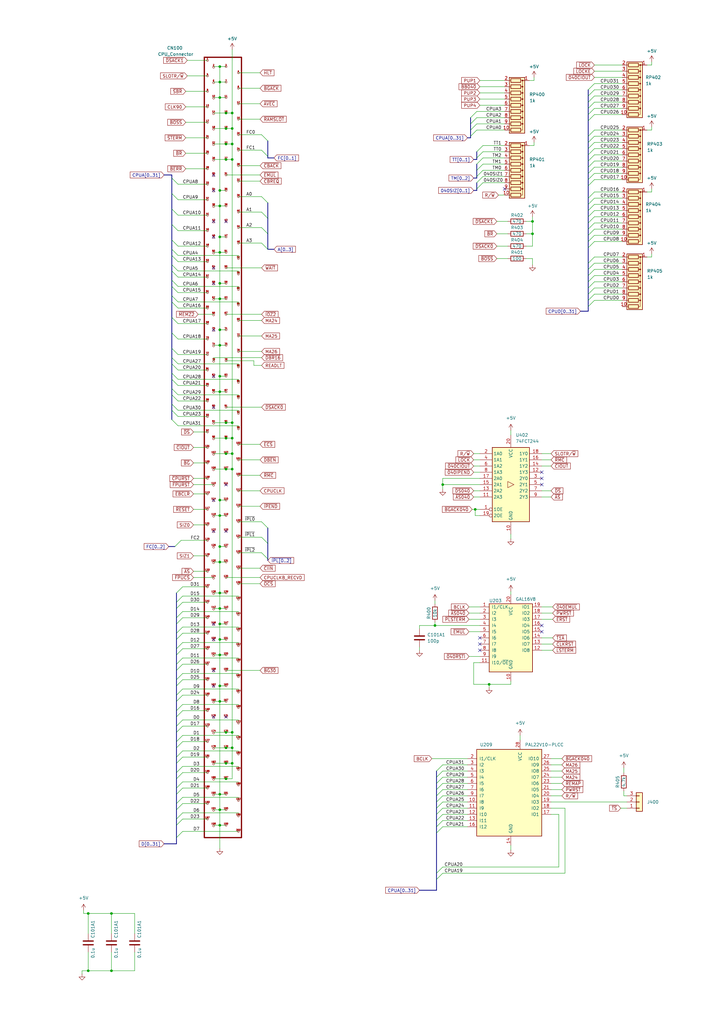
<source format=kicad_sch>
(kicad_sch (version 20230121) (generator eeschema)
  (paper "A3" portrait)
  (title_block (title "OpenA3640") (date "2023-09-13") (rev "1") (company "Griffin Retro"))
  (junction (at 90.17 287.655))
  (junction (at 90.17 33.655))
  (junction (at 95.25 192.405))
  (junction (at 95.25 186.055))
  (junction (at 95.25 306.705))
  (junction (at 90.17 224.155))
  (junction (at 90.17 211.455))
  (junction (at 95.25 179.705))
  (junction (at 178.435 256.54))
  (junction (at 218.44 95.885))
  (junction (at 90.17 325.755))
  (junction (at 92.71 186.055))
  (junction (at 95.25 59.055))
  (junction (at 92.71 192.405))
  (junction (at 90.17 141.605))
  (junction (at 95.25 173.355))
  (junction (at 92.71 179.705))
  (junction (at 90.17 84.455))
  (junction (at 90.17 103.505))
  (junction (at 95.25 52.705))
  (junction (at 90.17 262.255))
  (junction (at 90.17 27.305))
  (junction (at 90.17 230.505))
  (junction (at 95.25 300.355))
  (junction (at 90.17 154.305))
  (junction (at 36.195 398.145))
  (junction (at 95.25 65.405))
  (junction (at 92.71 319.405))
  (junction (at 181.61 198.755))
  (junction (at 95.25 46.355))
  (junction (at 90.17 135.255))
  (junction (at 90.17 205.105))
  (junction (at 90.17 97.155))
  (junction (at 92.71 306.705))
  (junction (at 90.17 255.905))
  (junction (at 92.71 300.355))
  (junction (at 45.72 374.65))
  (junction (at 45.72 398.145))
  (junction (at 92.71 46.355))
  (junction (at 90.17 281.305))
  (junction (at 95.25 313.055))
  (junction (at 90.17 40.005))
  (junction (at 36.195 374.65))
  (junction (at 90.17 268.605))
  (junction (at 90.17 122.555))
  (junction (at 194.945 208.915))
  (junction (at 92.71 313.055))
  (junction (at 218.44 90.805))
  (junction (at 90.17 78.105))
  (junction (at 200.66 280.67))
  (junction (at 92.71 59.055))
  (junction (at 92.71 173.355))
  (junction (at 90.17 116.205))
  (junction (at 92.71 65.405))
  (junction (at 90.17 338.455))
  (junction (at 90.17 332.105))
  (junction (at 90.17 249.555))
  (junction (at 92.71 52.705))
  (junction (at 90.17 243.205))
  (junction (at 90.17 160.655))
  (no_connect (at 222.25 196.215))
  (no_connect (at 196.85 261.62))
  (no_connect (at 196.85 266.7))
  (no_connect (at 87.63 154.305))
  (no_connect (at 92.71 294.005))
  (no_connect (at 87.63 217.805))
  (no_connect (at 87.63 71.755))
  (no_connect (at 87.63 97.155))
  (no_connect (at 87.63 109.855))
  (no_connect (at 87.63 281.305))
  (no_connect (at 87.63 116.205))
  (no_connect (at 92.71 198.755))
  (no_connect (at 222.25 193.675))
  (no_connect (at 92.71 90.805))
  (no_connect (at 87.63 274.955))
  (no_connect (at 222.25 256.54))
  (no_connect (at 87.63 255.905))
  (no_connect (at 222.25 259.08))
  (no_connect (at 87.63 205.105))
  (no_connect (at 207.01 77.47))
  (no_connect (at 196.85 264.16))
  (no_connect (at 87.63 135.255))
  (no_connect (at 87.63 78.105))
  (no_connect (at 222.25 198.755))
  (no_connect (at 87.63 262.255))
  (no_connect (at 87.63 167.005))
  (no_connect (at 87.63 294.005))
  (no_connect (at 92.71 217.805))
  (no_connect (at 87.63 90.805))
  (bus_entry (at 243.84 93.98) (size -2.54 2.54))
  (bus_entry (at 74.93 259.715) (size -2.54 2.54))
  (bus_entry (at 179.07 323.85) (size 2.54 -2.54))
  (bus_entry (at 70.485 165.735) (size 2.54 2.54))
  (bus_entry (at 198.12 64.77) (size -2.54 2.54))
  (bus_entry (at 198.12 62.23) (size -2.54 2.54))
  (bus_entry (at 74.93 329.565) (size -2.54 2.54))
  (bus_entry (at 74.93 327.025) (size -2.54 2.54))
  (bus_entry (at 243.84 73.66) (size -2.54 2.54))
  (bus_entry (at 195.58 48.26) (size -2.54 2.54))
  (bus_entry (at 243.84 88.9) (size -2.54 2.54))
  (bus_entry (at 107.315 226.695) (size 2.54 2.54))
  (bus_entry (at 107.315 80.645) (size 2.54 2.54))
  (bus_entry (at 74.93 316.865) (size -2.54 2.54))
  (bus_entry (at 70.485 73.025) (size 2.54 2.54))
  (bus_entry (at 74.93 291.465) (size -2.54 2.54))
  (bus_entry (at 243.84 55.88) (size -2.54 2.54))
  (bus_entry (at 243.84 123.19) (size -2.54 2.54))
  (bus_entry (at 243.84 113.03) (size -2.54 2.54))
  (bus_entry (at 243.84 86.36) (size -2.54 2.54))
  (bus_entry (at 74.93 333.375) (size -2.54 2.54))
  (bus_entry (at 70.485 92.075) (size 2.54 2.54))
  (bus_entry (at 243.84 105.41) (size -2.54 2.54))
  (bus_entry (at 74.93 295.275) (size -2.54 2.54))
  (bus_entry (at 179.07 331.47) (size 2.54 -2.54))
  (bus_entry (at 179.07 360.68) (size 2.54 -2.54))
  (bus_entry (at 243.84 96.52) (size -2.54 2.54))
  (bus_entry (at 107.315 86.995) (size 2.54 2.54))
  (bus_entry (at 107.315 55.245) (size 2.54 2.54))
  (bus_entry (at 74.93 247.015) (size -2.54 2.54))
  (bus_entry (at 107.315 220.345) (size 2.54 2.54))
  (bus_entry (at 74.93 278.765) (size -2.54 2.54))
  (bus_entry (at 74.93 307.975) (size -2.54 2.54))
  (bus_entry (at 179.07 339.09) (size 2.54 -2.54))
  (bus_entry (at 70.485 172.085) (size 2.54 2.54))
  (bus_entry (at 70.485 142.875) (size 2.54 2.54))
  (bus_entry (at 243.84 91.44) (size -2.54 2.54))
  (bus_entry (at 70.485 161.925) (size 2.54 2.54))
  (bus_entry (at 74.93 240.665) (size -2.54 2.54))
  (bus_entry (at 179.07 341.63) (size 2.54 -2.54))
  (bus_entry (at 74.93 285.115) (size -2.54 2.54))
  (bus_entry (at 74.93 340.995) (size -2.54 2.54))
  (bus_entry (at 107.315 99.695) (size 2.54 2.54))
  (bus_entry (at 195.58 45.72) (size -2.54 2.54))
  (bus_entry (at 70.485 102.235) (size 2.54 2.54))
  (bus_entry (at 70.485 153.035) (size 2.54 2.54))
  (bus_entry (at 70.485 159.385) (size 2.54 2.54))
  (bus_entry (at 74.93 288.925) (size -2.54 2.54))
  (bus_entry (at 70.485 136.525) (size 2.54 2.54))
  (bus_entry (at 70.485 130.175) (size 2.54 2.54))
  (bus_entry (at 243.84 58.42) (size -2.54 2.54))
  (bus_entry (at 243.84 120.65) (size -2.54 2.54))
  (bus_entry (at 243.84 118.11) (size -2.54 2.54))
  (bus_entry (at 70.485 79.375) (size 2.54 2.54))
  (bus_entry (at 70.485 168.275) (size 2.54 2.54))
  (bus_entry (at 179.07 336.55) (size 2.54 -2.54))
  (bus_entry (at 243.84 36.83) (size -2.54 2.54))
  (bus_entry (at 243.84 110.49) (size -2.54 2.54))
  (bus_entry (at 74.93 263.525) (size -2.54 2.54))
  (bus_entry (at 74.93 310.515) (size -2.54 2.54))
  (bus_entry (at 243.84 60.96) (size -2.54 2.54))
  (bus_entry (at 195.58 53.34) (size -2.54 2.54))
  (bus_entry (at 70.485 155.575) (size 2.54 2.54))
  (bus_entry (at 74.93 266.065) (size -2.54 2.54))
  (bus_entry (at 74.93 253.365) (size -2.54 2.54))
  (bus_entry (at 179.07 334.01) (size 2.54 -2.54))
  (bus_entry (at 74.93 250.825) (size -2.54 2.54))
  (bus_entry (at 70.485 111.125) (size 2.54 2.54))
  (bus_entry (at 74.93 272.415) (size -2.54 2.54))
  (bus_entry (at 243.84 66.04) (size -2.54 2.54))
  (bus_entry (at 74.93 304.165) (size -2.54 2.54))
  (bus_entry (at 74.93 297.815) (size -2.54 2.54))
  (bus_entry (at 74.93 323.215) (size -2.54 2.54))
  (bus_entry (at 74.93 301.625) (size -2.54 2.54))
  (bus_entry (at 70.485 121.285) (size 2.54 2.54))
  (bus_entry (at 74.93 244.475) (size -2.54 2.54))
  (bus_entry (at 70.485 104.775) (size 2.54 2.54))
  (bus_entry (at 179.07 326.39) (size 2.54 -2.54))
  (bus_entry (at 74.295 221.615) (size -2.54 2.54))
  (bus_entry (at 198.12 69.85) (size -2.54 2.54))
  (bus_entry (at 70.485 146.685) (size 2.54 2.54))
  (bus_entry (at 107.315 93.345) (size 2.54 2.54))
  (bus_entry (at 107.315 61.595) (size 2.54 2.54))
  (bus_entry (at 198.12 74.93) (size -2.54 2.54))
  (bus_entry (at 74.93 269.875) (size -2.54 2.54))
  (bus_entry (at 179.07 358.14) (size 2.54 -2.54))
  (bus_entry (at 243.84 81.28) (size -2.54 2.54))
  (bus_entry (at 243.84 71.12) (size -2.54 2.54))
  (bus_entry (at 74.93 320.675) (size -2.54 2.54))
  (bus_entry (at 243.84 115.57) (size -2.54 2.54))
  (bus_entry (at 74.93 282.575) (size -2.54 2.54))
  (bus_entry (at 70.485 98.425) (size 2.54 2.54))
  (bus_entry (at 243.84 41.91) (size -2.54 2.54))
  (bus_entry (at 70.485 85.725) (size 2.54 2.54))
  (bus_entry (at 243.84 78.74) (size -2.54 2.54))
  (bus_entry (at 243.84 46.99) (size -2.54 2.54))
  (bus_entry (at 74.93 276.225) (size -2.54 2.54))
  (bus_entry (at 243.84 53.34) (size -2.54 2.54))
  (bus_entry (at 70.485 117.475) (size 2.54 2.54))
  (bus_entry (at 243.84 99.06) (size -2.54 2.54))
  (bus_entry (at 243.84 63.5) (size -2.54 2.54))
  (bus_entry (at 74.93 314.325) (size -2.54 2.54))
  (bus_entry (at 107.315 213.995) (size 2.54 2.54))
  (bus_entry (at 74.93 257.175) (size -2.54 2.54))
  (bus_entry (at 74.93 335.915) (size -2.54 2.54))
  (bus_entry (at 243.84 44.45) (size -2.54 2.54))
  (bus_entry (at 198.12 59.69) (size -2.54 2.54))
  (bus_entry (at 179.07 318.77) (size 2.54 -2.54))
  (bus_entry (at 179.07 328.93) (size 2.54 -2.54))
  (bus_entry (at 70.485 114.935) (size 2.54 2.54))
  (bus_entry (at 243.84 34.29) (size -2.54 2.54))
  (bus_entry (at 198.12 72.39) (size -2.54 2.54))
  (bus_entry (at 243.84 107.95) (size -2.54 2.54))
  (bus_entry (at 243.84 68.58) (size -2.54 2.54))
  (bus_entry (at 243.84 83.82) (size -2.54 2.54))
  (bus_entry (at 195.58 50.8) (size -2.54 2.54))
  (bus_entry (at 243.84 39.37) (size -2.54 2.54))
  (bus_entry (at 179.07 316.23) (size 2.54 -2.54))
  (bus_entry (at 70.485 108.585) (size 2.54 2.54))
  (bus_entry (at 70.485 149.225) (size 2.54 2.54))
  (bus_entry (at 70.485 123.825) (size 2.54 2.54))
  (bus_entry (at 179.07 321.31) (size 2.54 -2.54))
  (bus_entry (at 198.12 67.31) (size -2.54 2.54))
  (wire (pts (xy 74.93 301.625) (xy 97.79 301.625)))
  (wire (pts (xy 92.71 128.905) (xy 107.315 128.905)))
  (wire (pts (xy 92.71 192.405) (xy 95.25 192.405)))
  (wire (pts (xy 90.17 97.155) (xy 90.17 103.505)))
  (wire (pts (xy 92.71 52.705) (xy 95.25 52.705)))
  (wire (pts (xy 74.93 329.565) (xy 85.09 329.565)))
  (wire (pts (xy 215.9 100.965) (xy 218.44 100.965)))
  (bus (pts (xy 70.485 108.585) (xy 70.485 104.775)))
  (wire (pts (xy 172.085 256.54) (xy 172.085 257.81)))
  (wire (pts (xy 97.79 55.245) (xy 107.315 55.245)))
  (wire (pts (xy 200.66 280.67) (xy 200.66 281.94)))
  (wire (pts (xy 95.25 192.405) (xy 95.25 300.355)))
  (wire (pts (xy 74.93 323.215) (xy 85.09 323.215)))
  (bus (pts (xy 172.085 365.125) (xy 179.07 365.125)))
  (wire (pts (xy 97.79 226.695) (xy 107.315 226.695)))
  (wire (pts (xy 255.27 118.11) (xy 243.84 118.11)))
  (wire (pts (xy 85.09 227.965) (xy 79.375 227.965)))
  (wire (pts (xy 255.27 60.96) (xy 243.84 60.96)))
  (wire (pts (xy 97.79 321.945) (xy 97.79 320.675)))
  (wire (pts (xy 97.79 42.545) (xy 106.68 42.545)))
  (wire (pts (xy 181.61 355.6) (xy 229.235 355.6)))
  (wire (pts (xy 90.17 205.105) (xy 90.17 211.455)))
  (wire (pts (xy 194.31 203.835) (xy 196.85 203.835)))
  (wire (pts (xy 97.79 258.445) (xy 97.79 257.175)))
  (wire (pts (xy 196.85 35.56) (xy 207.01 35.56)))
  (bus (pts (xy 72.39 272.415) (xy 72.39 274.955)))
  (bus (pts (xy 193.04 50.8) (xy 193.04 53.34)))
  (wire (pts (xy 192.405 251.46) (xy 196.85 251.46)))
  (bus (pts (xy 179.07 341.63) (xy 179.07 358.14)))
  (wire (pts (xy 97.79 161.925) (xy 97.79 163.195)))
  (wire (pts (xy 267.335 26.67) (xy 267.335 25.4)))
  (wire (pts (xy 90.17 230.505) (xy 92.71 230.505)))
  (wire (pts (xy 73.025 94.615) (xy 85.09 94.615)))
  (bus (pts (xy 70.485 136.525) (xy 70.485 130.175)))
  (wire (pts (xy 181.61 313.69) (xy 191.77 313.69)))
  (wire (pts (xy 87.63 249.555) (xy 90.17 249.555)))
  (bus (pts (xy 179.07 334.01) (xy 179.07 336.55)))
  (wire (pts (xy 231.775 331.47) (xy 231.775 358.14)))
  (wire (pts (xy 90.17 78.105) (xy 92.71 78.105)))
  (bus (pts (xy 241.3 73.66) (xy 241.3 76.2)))
  (wire (pts (xy 87.63 332.105) (xy 90.17 332.105)))
  (wire (pts (xy 73.025 88.265) (xy 85.09 88.265)))
  (wire (pts (xy 90.17 243.205) (xy 92.71 243.205)))
  (wire (pts (xy 90.17 141.605) (xy 92.71 141.605)))
  (wire (pts (xy 87.63 27.305) (xy 90.17 27.305)))
  (wire (pts (xy 194.31 201.295) (xy 196.85 201.295)))
  (wire (pts (xy 97.79 283.845) (xy 97.79 282.575)))
  (bus (pts (xy 109.855 102.235) (xy 112.395 102.235)))
  (bus (pts (xy 179.07 318.77) (xy 179.07 321.31)))
  (wire (pts (xy 255.27 71.12) (xy 243.84 71.12)))
  (wire (pts (xy 255.27 31.75) (xy 243.84 31.75)))
  (bus (pts (xy 195.58 62.23) (xy 195.58 64.77)))
  (wire (pts (xy 255.27 83.82) (xy 243.84 83.82)))
  (wire (pts (xy 74.93 333.375) (xy 97.79 333.375)))
  (wire (pts (xy 229.235 334.01) (xy 226.06 334.01)))
  (bus (pts (xy 70.485 168.275) (xy 70.485 165.735)))
  (bus (pts (xy 179.07 360.68) (xy 179.07 365.125)))
  (wire (pts (xy 92.71 300.355) (xy 95.25 300.355)))
  (wire (pts (xy 97.79 182.245) (xy 106.68 182.245)))
  (wire (pts (xy 207.01 45.72) (xy 195.58 45.72)))
  (bus (pts (xy 67.31 346.075) (xy 72.39 346.075)))
  (bus (pts (xy 241.3 68.58) (xy 241.3 71.12)))
  (wire (pts (xy 95.25 52.705) (xy 95.25 59.055)))
  (wire (pts (xy 74.93 327.025) (xy 97.79 327.025)))
  (wire (pts (xy 36.195 390.525) (xy 36.195 398.145)))
  (bus (pts (xy 72.39 278.765) (xy 72.39 281.305)))
  (wire (pts (xy 74.93 257.175) (xy 97.79 257.175)))
  (wire (pts (xy 97.79 29.845) (xy 106.68 29.845)))
  (bus (pts (xy 241.3 44.45) (xy 241.3 46.99)))
  (wire (pts (xy 97.79 264.795) (xy 97.79 263.525)))
  (wire (pts (xy 222.25 261.62) (xy 226.695 261.62)))
  (bus (pts (xy 70.485 79.375) (xy 70.485 73.025)))
  (wire (pts (xy 87.63 65.405) (xy 92.71 65.405)))
  (wire (pts (xy 267.335 105.41) (xy 267.335 104.14)))
  (wire (pts (xy 222.25 188.595) (xy 226.06 188.595)))
  (wire (pts (xy 97.79 334.645) (xy 97.79 333.375)))
  (wire (pts (xy 90.17 338.455) (xy 90.17 347.98)))
  (bus (pts (xy 70.485 142.875) (xy 70.485 136.525)))
  (wire (pts (xy 34.29 373.38) (xy 34.29 374.65)))
  (wire (pts (xy 45.72 374.65) (xy 36.195 374.65)))
  (bus (pts (xy 241.3 107.95) (xy 241.3 110.49)))
  (wire (pts (xy 97.79 99.695) (xy 107.315 99.695)))
  (wire (pts (xy 73.025 164.465) (xy 85.09 164.465)))
  (bus (pts (xy 241.3 91.44) (xy 241.3 93.98)))
  (wire (pts (xy 106.68 239.395) (xy 97.79 239.395)))
  (wire (pts (xy 79.375 183.515) (xy 85.09 183.515)))
  (wire (pts (xy 90.17 268.605) (xy 92.71 268.605)))
  (wire (pts (xy 45.72 382.905) (xy 45.72 374.65)))
  (wire (pts (xy 97.79 48.895) (xy 106.68 48.895)))
  (bus (pts (xy 109.855 222.885) (xy 109.855 229.235)))
  (bus (pts (xy 109.855 64.77) (xy 112.395 64.77)))
  (wire (pts (xy 90.17 122.555) (xy 92.71 122.555)))
  (wire (pts (xy 97.79 123.825) (xy 97.79 125.095)))
  (bus (pts (xy 241.3 58.42) (xy 241.3 60.96)))
  (wire (pts (xy 196.85 38.1) (xy 207.01 38.1)))
  (wire (pts (xy 217.17 59.69) (xy 219.075 59.69)))
  (bus (pts (xy 70.485 121.285) (xy 70.485 117.475)))
  (wire (pts (xy 255.27 53.34) (xy 243.84 53.34)))
  (wire (pts (xy 213.36 301.625) (xy 213.36 303.53)))
  (wire (pts (xy 219.075 59.69) (xy 219.075 58.42)))
  (wire (pts (xy 76.2 69.215) (xy 85.09 69.215)))
  (wire (pts (xy 172.085 265.43) (xy 172.085 266.7)))
  (wire (pts (xy 215.9 106.045) (xy 218.44 106.045)))
  (wire (pts (xy 74.93 269.875) (xy 97.79 269.875)))
  (wire (pts (xy 90.17 40.005) (xy 92.71 40.005)))
  (wire (pts (xy 92.71 186.055) (xy 95.25 186.055)))
  (wire (pts (xy 255.27 110.49) (xy 243.84 110.49)))
  (wire (pts (xy 97.79 149.225) (xy 97.79 150.495)))
  (bus (pts (xy 70.485 159.385) (xy 70.485 155.575)))
  (wire (pts (xy 74.93 314.325) (xy 97.79 314.325)))
  (wire (pts (xy 218.44 95.885) (xy 218.44 90.805)))
  (wire (pts (xy 95.25 46.355) (xy 95.25 52.705)))
  (wire (pts (xy 74.295 221.615) (xy 85.09 221.615)))
  (wire (pts (xy 194.31 271.78) (xy 196.85 271.78)))
  (bus (pts (xy 241.3 86.36) (xy 241.3 88.9)))
  (bus (pts (xy 193.04 48.26) (xy 193.04 50.8)))
  (wire (pts (xy 203.835 95.885) (xy 208.28 95.885)))
  (bus (pts (xy 241.3 60.96) (xy 241.3 63.5)))
  (wire (pts (xy 87.63 46.355) (xy 92.71 46.355)))
  (wire (pts (xy 90.17 325.755) (xy 90.17 332.105)))
  (wire (pts (xy 73.025 117.475) (xy 97.79 117.475)))
  (wire (pts (xy 92.71 109.855) (xy 107.315 109.855)))
  (wire (pts (xy 97.79 117.475) (xy 97.79 118.745)))
  (wire (pts (xy 87.63 84.455) (xy 90.17 84.455)))
  (wire (pts (xy 265.43 105.41) (xy 267.335 105.41)))
  (wire (pts (xy 87.63 268.605) (xy 90.17 268.605)))
  (wire (pts (xy 87.63 287.655) (xy 90.17 287.655)))
  (wire (pts (xy 74.93 297.815) (xy 85.09 297.815)))
  (wire (pts (xy 194.31 280.67) (xy 194.31 271.78)))
  (bus (pts (xy 241.3 110.49) (xy 241.3 113.03)))
  (wire (pts (xy 90.17 160.655) (xy 92.71 160.655)))
  (wire (pts (xy 73.025 155.575) (xy 97.79 155.575)))
  (bus (pts (xy 72.39 343.535) (xy 72.39 346.075)))
  (wire (pts (xy 36.195 374.65) (xy 34.29 374.65)))
  (wire (pts (xy 194.31 188.595) (xy 196.85 188.595)))
  (bus (pts (xy 70.485 172.085) (xy 70.485 168.275)))
  (wire (pts (xy 90.17 27.305) (xy 92.71 27.305)))
  (bus (pts (xy 72.39 294.005) (xy 72.39 297.815)))
  (bus (pts (xy 70.485 149.225) (xy 70.485 146.685)))
  (wire (pts (xy 90.17 122.555) (xy 90.17 135.255)))
  (wire (pts (xy 255.27 63.5) (xy 243.84 63.5)))
  (wire (pts (xy 181.61 321.31) (xy 191.77 321.31)))
  (wire (pts (xy 74.93 288.925) (xy 97.79 288.925)))
  (wire (pts (xy 87.63 243.205) (xy 90.17 243.205)))
  (bus (pts (xy 70.485 98.425) (xy 70.485 92.075)))
  (bus (pts (xy 72.39 285.115) (xy 72.39 287.655)))
  (wire (pts (xy 95.25 179.705) (xy 95.25 186.055)))
  (wire (pts (xy 73.025 81.915) (xy 85.09 81.915)))
  (bus (pts (xy 70.485 117.475) (xy 70.485 114.935)))
  (wire (pts (xy 87.63 146.685) (xy 87.63 147.955)))
  (wire (pts (xy 218.44 100.965) (xy 218.44 95.885)))
  (wire (pts (xy 181.61 339.09) (xy 191.77 339.09)))
  (wire (pts (xy 222.25 191.135) (xy 226.06 191.135)))
  (wire (pts (xy 74.93 282.575) (xy 97.79 282.575)))
  (wire (pts (xy 177.165 311.15) (xy 191.77 311.15)))
  (bus (pts (xy 241.3 88.9) (xy 241.3 91.44)))
  (wire (pts (xy 87.63 59.055) (xy 92.71 59.055)))
  (wire (pts (xy 73.025 168.275) (xy 97.79 168.275)))
  (bus (pts (xy 241.3 66.04) (xy 241.3 68.58)))
  (wire (pts (xy 226.06 323.85) (xy 230.505 323.85)))
  (wire (pts (xy 229.235 355.6) (xy 229.235 334.01)))
  (wire (pts (xy 226.06 313.69) (xy 230.505 313.69)))
  (bus (pts (xy 241.3 81.28) (xy 241.3 83.82)))
  (wire (pts (xy 222.25 266.7) (xy 226.695 266.7)))
  (wire (pts (xy 73.025 104.775) (xy 97.79 104.775)))
  (wire (pts (xy 209.55 346.71) (xy 209.55 348.615)))
  (wire (pts (xy 90.17 135.255) (xy 92.71 135.255)))
  (wire (pts (xy 255.27 26.67) (xy 243.84 26.67)))
  (bus (pts (xy 241.3 127.635) (xy 238.125 127.635)))
  (wire (pts (xy 255.27 46.99) (xy 243.84 46.99)))
  (bus (pts (xy 72.39 306.705) (xy 72.39 310.515)))
  (wire (pts (xy 87.63 173.355) (xy 92.71 173.355)))
  (wire (pts (xy 196.85 40.64) (xy 207.01 40.64)))
  (wire (pts (xy 192.405 269.24) (xy 196.85 269.24)))
  (wire (pts (xy 106.68 201.295) (xy 97.79 201.295)))
  (wire (pts (xy 178.435 256.54) (xy 196.85 256.54)))
  (wire (pts (xy 87.63 40.005) (xy 90.17 40.005)))
  (wire (pts (xy 226.06 318.77) (xy 230.505 318.77)))
  (wire (pts (xy 90.17 135.255) (xy 90.17 141.605)))
  (wire (pts (xy 79.375 202.565) (xy 85.09 202.565)))
  (wire (pts (xy 97.79 111.125) (xy 97.79 112.395)))
  (bus (pts (xy 241.3 46.99) (xy 241.3 49.53)))
  (wire (pts (xy 92.71 147.955) (xy 104.14 147.955)))
  (wire (pts (xy 90.17 33.655) (xy 90.17 40.005)))
  (wire (pts (xy 90.17 154.305) (xy 92.71 154.305)))
  (bus (pts (xy 70.485 111.125) (xy 70.485 108.585)))
  (wire (pts (xy 196.85 33.02) (xy 207.01 33.02)))
  (wire (pts (xy 74.93 304.165) (xy 85.09 304.165)))
  (wire (pts (xy 92.71 179.705) (xy 95.25 179.705)))
  (wire (pts (xy 74.93 320.675) (xy 97.79 320.675)))
  (wire (pts (xy 97.79 188.595) (xy 106.68 188.595)))
  (wire (pts (xy 90.17 205.105) (xy 92.71 205.105)))
  (wire (pts (xy 226.06 326.39) (xy 230.505 326.39)))
  (wire (pts (xy 255.27 96.52) (xy 243.84 96.52)))
  (wire (pts (xy 79.375 177.165) (xy 85.09 177.165)))
  (bus (pts (xy 241.3 83.82) (xy 241.3 86.36)))
  (wire (pts (xy 215.9 95.885) (xy 218.44 95.885)))
  (wire (pts (xy 97.79 168.275) (xy 97.79 169.545)))
  (bus (pts (xy 109.855 64.135) (xy 109.855 64.77)))
  (wire (pts (xy 226.06 331.47) (xy 231.775 331.47)))
  (wire (pts (xy 92.71 65.405) (xy 95.25 65.405)))
  (bus (pts (xy 72.39 316.865) (xy 72.39 319.405)))
  (bus (pts (xy 191.77 56.515) (xy 193.04 56.515)))
  (wire (pts (xy 92.71 274.955) (xy 106.68 274.955)))
  (wire (pts (xy 181.61 331.47) (xy 191.77 331.47)))
  (wire (pts (xy 87.63 179.705) (xy 92.71 179.705)))
  (wire (pts (xy 90.17 116.205) (xy 90.17 122.555)))
  (bus (pts (xy 72.39 313.055) (xy 72.39 316.865)))
  (wire (pts (xy 73.025 75.565) (xy 85.09 75.565)))
  (bus (pts (xy 70.485 153.035) (xy 70.485 149.225)))
  (wire (pts (xy 207.01 74.93) (xy 198.12 74.93)))
  (bus (pts (xy 72.39 287.655) (xy 72.39 291.465)))
  (wire (pts (xy 255.27 107.95) (xy 243.84 107.95)))
  (wire (pts (xy 226.06 311.15) (xy 230.505 311.15)))
  (wire (pts (xy 74.93 276.225) (xy 97.79 276.225)))
  (wire (pts (xy 95.25 173.355) (xy 95.25 179.705)))
  (wire (pts (xy 181.61 198.755) (xy 181.61 200.66)))
  (wire (pts (xy 90.17 281.305) (xy 92.71 281.305)))
  (bus (pts (xy 70.485 123.825) (xy 70.485 121.285)))
  (wire (pts (xy 90.17 78.105) (xy 90.17 84.455)))
  (wire (pts (xy 85.09 215.265) (xy 79.375 215.265)))
  (wire (pts (xy 74.93 247.015) (xy 85.09 247.015)))
  (wire (pts (xy 255.27 41.91) (xy 243.84 41.91)))
  (wire (pts (xy 226.06 328.93) (xy 257.175 328.93)))
  (wire (pts (xy 45.72 390.525) (xy 45.72 398.145)))
  (bus (pts (xy 241.3 63.5) (xy 241.3 66.04)))
  (wire (pts (xy 87.63 338.455) (xy 90.17 338.455)))
  (wire (pts (xy 255.905 324.485) (xy 255.905 326.39)))
  (wire (pts (xy 218.44 106.045) (xy 218.44 108.585)))
  (wire (pts (xy 74.93 240.665) (xy 85.09 240.665)))
  (wire (pts (xy 218.44 90.805) (xy 218.44 88.9)))
  (wire (pts (xy 74.93 335.915) (xy 85.09 335.915)))
  (wire (pts (xy 192.405 248.92) (xy 196.85 248.92)))
  (bus (pts (xy 195.58 73.025) (xy 194.31 73.025)))
  (wire (pts (xy 207.01 59.69) (xy 198.12 59.69)))
  (wire (pts (xy 87.63 198.755) (xy 79.375 198.755)))
  (wire (pts (xy 192.405 259.08) (xy 196.85 259.08)))
  (wire (pts (xy 207.01 62.23) (xy 198.12 62.23)))
  (wire (pts (xy 97.79 213.995) (xy 107.315 213.995)))
  (bus (pts (xy 72.39 325.755) (xy 72.39 329.565)))
  (wire (pts (xy 200.66 280.67) (xy 194.31 280.67)))
  (wire (pts (xy 97.79 80.645) (xy 107.315 80.645)))
  (wire (pts (xy 55.245 390.525) (xy 55.245 398.145)))
  (bus (pts (xy 70.485 130.175) (xy 70.485 123.825)))
  (wire (pts (xy 97.79 86.995) (xy 107.315 86.995)))
  (wire (pts (xy 55.245 374.65) (xy 45.72 374.65)))
  (bus (pts (xy 70.485 85.725) (xy 70.485 79.375)))
  (bus (pts (xy 241.3 120.65) (xy 241.3 123.19)))
  (wire (pts (xy 222.25 248.92) (xy 226.695 248.92)))
  (wire (pts (xy 87.63 319.405) (xy 92.71 319.405)))
  (wire (pts (xy 255.905 314.96) (xy 255.905 316.865)))
  (wire (pts (xy 107.315 146.685) (xy 87.63 146.685)))
  (wire (pts (xy 97.79 328.295) (xy 97.79 327.025)))
  (wire (pts (xy 74.93 307.975) (xy 97.79 307.975)))
  (bus (pts (xy 109.855 95.885) (xy 109.855 102.235)))
  (wire (pts (xy 255.27 36.83) (xy 243.84 36.83)))
  (wire (pts (xy 90.17 338.455) (xy 92.71 338.455)))
  (wire (pts (xy 181.61 316.23) (xy 191.77 316.23)))
  (wire (pts (xy 104.14 149.86) (xy 107.315 149.86)))
  (wire (pts (xy 55.245 398.145) (xy 45.72 398.145)))
  (wire (pts (xy 74.93 340.995) (xy 97.79 340.995)))
  (wire (pts (xy 87.63 192.405) (xy 92.71 192.405)))
  (bus (pts (xy 241.3 118.11) (xy 241.3 120.65)))
  (wire (pts (xy 207.01 48.26) (xy 195.58 48.26)))
  (bus (pts (xy 241.3 99.06) (xy 241.3 101.6)))
  (wire (pts (xy 255.27 29.21) (xy 243.84 29.21)))
  (wire (pts (xy 95.25 20.32) (xy 95.25 46.355)))
  (bus (pts (xy 195.58 77.47) (xy 195.58 78.105)))
  (wire (pts (xy 97.79 245.745) (xy 97.79 244.475)))
  (wire (pts (xy 255.27 91.44) (xy 243.84 91.44)))
  (wire (pts (xy 73.025 123.825) (xy 97.79 123.825)))
  (wire (pts (xy 194.945 208.915) (xy 196.85 208.915)))
  (wire (pts (xy 90.17 97.155) (xy 92.71 97.155)))
  (wire (pts (xy 97.79 104.775) (xy 97.79 106.045)))
  (wire (pts (xy 255.27 86.36) (xy 243.84 86.36)))
  (wire (pts (xy 222.25 264.16) (xy 226.695 264.16)))
  (wire (pts (xy 194.945 211.455) (xy 194.945 208.915)))
  (bus (pts (xy 241.3 93.98) (xy 241.3 96.52)))
  (wire (pts (xy 255.27 93.98) (xy 243.84 93.98)))
  (wire (pts (xy 55.245 382.905) (xy 55.245 374.65)))
  (wire (pts (xy 74.93 259.715) (xy 85.09 259.715)))
  (bus (pts (xy 72.39 300.355) (xy 72.39 304.165)))
  (wire (pts (xy 79.375 189.865) (xy 85.09 189.865)))
  (wire (pts (xy 255.27 55.88) (xy 243.84 55.88)))
  (bus (pts (xy 109.855 89.535) (xy 109.855 95.885)))
  (wire (pts (xy 73.025 149.225) (xy 97.79 149.225)))
  (wire (pts (xy 85.09 234.315) (xy 79.375 234.315)))
  (bus (pts (xy 72.39 319.405) (xy 72.39 323.215)))
  (bus (pts (xy 70.485 104.775) (xy 70.485 102.235)))
  (wire (pts (xy 74.93 250.825) (xy 97.79 250.825)))
  (bus (pts (xy 241.3 123.19) (xy 241.3 125.73)))
  (bus (pts (xy 241.3 101.6) (xy 241.3 107.95)))
  (bus (pts (xy 179.07 321.31) (xy 179.07 323.85)))
  (wire (pts (xy 265.43 78.74) (xy 267.335 78.74)))
  (wire (pts (xy 95.25 300.355) (xy 95.25 306.705)))
  (wire (pts (xy 90.17 268.605) (xy 90.17 281.305)))
  (wire (pts (xy 74.93 244.475) (xy 97.79 244.475)))
  (bus (pts (xy 179.07 339.09) (xy 179.07 341.63)))
  (wire (pts (xy 73.025 161.925) (xy 97.79 161.925)))
  (wire (pts (xy 255.27 68.58) (xy 243.84 68.58)))
  (wire (pts (xy 73.025 151.765) (xy 85.09 151.765)))
  (wire (pts (xy 222.25 203.835) (xy 226.06 203.835)))
  (wire (pts (xy 90.17 249.555) (xy 92.71 249.555)))
  (wire (pts (xy 215.9 90.805) (xy 218.44 90.805)))
  (wire (pts (xy 267.335 78.74) (xy 267.335 77.47)))
  (wire (pts (xy 265.43 26.67) (xy 267.335 26.67)))
  (wire (pts (xy 74.93 278.765) (xy 85.09 278.765)))
  (bus (pts (xy 179.07 358.14) (xy 179.07 360.68)))
  (wire (pts (xy 207.01 69.85) (xy 198.12 69.85)))
  (bus (pts (xy 109.855 216.535) (xy 109.855 222.885)))
  (wire (pts (xy 90.17 116.205) (xy 92.71 116.205)))
  (wire (pts (xy 203.835 100.965) (xy 208.28 100.965)))
  (wire (pts (xy 207.01 50.8) (xy 195.58 50.8)))
  (wire (pts (xy 90.17 103.505) (xy 92.71 103.505)))
  (wire (pts (xy 36.195 398.145) (xy 33.655 398.145)))
  (wire (pts (xy 172.085 256.54) (xy 178.435 256.54)))
  (wire (pts (xy 74.93 291.465) (xy 85.09 291.465)))
  (wire (pts (xy 204.47 80.01) (xy 207.01 80.01)))
  (bus (pts (xy 241.3 125.73) (xy 241.3 127.635)))
  (wire (pts (xy 209.55 176.53) (xy 209.55 178.435)))
  (bus (pts (xy 72.39 266.065) (xy 72.39 268.605)))
  (wire (pts (xy 90.17 211.455) (xy 92.71 211.455)))
  (wire (pts (xy 74.93 253.365) (xy 85.09 253.365)))
  (wire (pts (xy 97.79 155.575) (xy 97.79 156.845)))
  (wire (pts (xy 267.335 53.34) (xy 267.335 52.07)))
  (wire (pts (xy 76.835 24.765) (xy 85.09 24.765)))
  (wire (pts (xy 255.27 113.03) (xy 243.84 113.03)))
  (wire (pts (xy 90.17 255.905) (xy 90.17 262.255)))
  (wire (pts (xy 209.55 279.4) (xy 209.55 280.67)))
  (wire (pts (xy 254.635 331.47) (xy 257.175 331.47)))
  (wire (pts (xy 87.63 300.355) (xy 92.71 300.355)))
  (bus (pts (xy 72.39 281.305) (xy 72.39 285.115)))
  (bus (pts (xy 195.58 67.31) (xy 195.58 69.85)))
  (wire (pts (xy 73.025 126.365) (xy 85.09 126.365)))
  (wire (pts (xy 97.79 174.625) (xy 97.79 175.895)))
  (wire (pts (xy 90.17 84.455) (xy 90.17 97.155)))
  (wire (pts (xy 85.09 208.915) (xy 79.375 208.915)))
  (bus (pts (xy 241.3 76.2) (xy 241.3 81.28)))
  (wire (pts (xy 95.25 306.705) (xy 95.25 313.055)))
  (wire (pts (xy 92.71 167.005) (xy 107.315 167.005)))
  (wire (pts (xy 192.405 254) (xy 196.85 254)))
  (bus (pts (xy 109.855 57.785) (xy 109.855 64.135)))
  (bus (pts (xy 109.855 83.185) (xy 109.855 89.535)))
  (bus (pts (xy 72.39 259.715) (xy 72.39 262.255)))
  (wire (pts (xy 97.79 93.345) (xy 107.315 93.345)))
  (wire (pts (xy 76.2 56.515) (xy 85.09 56.515)))
  (bus (pts (xy 72.39 255.905) (xy 72.39 259.715)))
  (wire (pts (xy 255.27 88.9) (xy 243.84 88.9)))
  (wire (pts (xy 255.27 78.74) (xy 243.84 78.74)))
  (wire (pts (xy 194.31 193.675) (xy 196.85 193.675)))
  (wire (pts (xy 181.61 196.215) (xy 181.61 198.755)))
  (wire (pts (xy 92.71 306.705) (xy 95.25 306.705)))
  (wire (pts (xy 209.55 242.57) (xy 209.55 243.84)))
  (wire (pts (xy 90.17 332.105) (xy 90.17 338.455)))
  (bus (pts (xy 193.04 55.88) (xy 193.04 56.515)))
  (wire (pts (xy 255.27 123.19) (xy 243.84 123.19)))
  (wire (pts (xy 90.17 230.505) (xy 90.17 243.205)))
  (bus (pts (xy 195.58 69.85) (xy 195.58 72.39)))
  (wire (pts (xy 76.2 37.465) (xy 85.09 37.465)))
  (bus (pts (xy 70.485 102.235) (xy 70.485 98.425)))
  (wire (pts (xy 97.79 74.295) (xy 106.68 74.295)))
  (wire (pts (xy 73.025 139.065) (xy 85.09 139.065)))
  (wire (pts (xy 90.17 262.255) (xy 90.17 268.605)))
  (wire (pts (xy 87.63 325.755) (xy 90.17 325.755)))
  (wire (pts (xy 255.27 58.42) (xy 243.84 58.42)))
  (bus (pts (xy 195.58 78.105) (xy 194.31 78.105)))
  (bus (pts (xy 109.855 229.235) (xy 109.855 229.87)))
  (wire (pts (xy 255.27 44.45) (xy 243.84 44.45)))
  (wire (pts (xy 90.17 255.905) (xy 92.71 255.905)))
  (wire (pts (xy 193.675 208.915) (xy 194.945 208.915)))
  (wire (pts (xy 92.71 173.355) (xy 95.25 173.355)))
  (wire (pts (xy 90.17 160.655) (xy 90.17 205.105)))
  (wire (pts (xy 181.61 326.39) (xy 191.77 326.39)))
  (wire (pts (xy 87.63 211.455) (xy 90.17 211.455)))
  (wire (pts (xy 97.79 271.145) (xy 97.79 269.875)))
  (wire (pts (xy 90.17 27.305) (xy 90.17 33.655)))
  (bus (pts (xy 72.39 304.165) (xy 72.39 306.705)))
  (wire (pts (xy 196.85 211.455) (xy 194.945 211.455)))
  (wire (pts (xy 87.63 313.055) (xy 92.71 313.055)))
  (wire (pts (xy 255.27 39.37) (xy 243.84 39.37)))
  (bus (pts (xy 72.39 332.105) (xy 72.39 335.915)))
  (bus (pts (xy 70.485 155.575) (xy 70.485 153.035)))
  (bus (pts (xy 195.58 74.93) (xy 195.58 77.47)))
  (wire (pts (xy 90.17 40.005) (xy 90.17 78.105)))
  (wire (pts (xy 87.63 122.555) (xy 90.17 122.555)))
  (wire (pts (xy 45.72 398.145) (xy 36.195 398.145)))
  (bus (pts (xy 72.39 262.255) (xy 72.39 266.065)))
  (wire (pts (xy 203.835 90.805) (xy 208.28 90.805)))
  (wire (pts (xy 255.27 34.29) (xy 243.84 34.29)))
  (wire (pts (xy 73.025 111.125) (xy 97.79 111.125)))
  (wire (pts (xy 73.025 158.115) (xy 85.09 158.115)))
  (wire (pts (xy 90.17 211.455) (xy 90.17 224.155)))
  (wire (pts (xy 255.27 66.04) (xy 243.84 66.04)))
  (wire (pts (xy 73.025 170.815) (xy 85.09 170.815)))
  (wire (pts (xy 92.71 46.355) (xy 95.25 46.355)))
  (bus (pts (xy 179.07 328.93) (xy 179.07 331.47)))
  (wire (pts (xy 178.435 246.38) (xy 178.435 247.65)))
  (wire (pts (xy 209.55 280.67) (xy 200.66 280.67)))
  (wire (pts (xy 73.025 132.715) (xy 85.09 132.715)))
  (bus (pts (xy 72.39 274.955) (xy 72.39 278.765)))
  (wire (pts (xy 90.17 332.105) (xy 92.71 332.105)))
  (wire (pts (xy 222.25 254) (xy 226.695 254)))
  (bus (pts (xy 72.39 335.915) (xy 72.39 338.455)))
  (wire (pts (xy 92.71 59.055) (xy 95.25 59.055)))
  (wire (pts (xy 97.79 36.195) (xy 106.68 36.195)))
  (wire (pts (xy 90.17 224.155) (xy 92.71 224.155)))
  (wire (pts (xy 90.17 103.505) (xy 90.17 116.205)))
  (wire (pts (xy 87.63 103.505) (xy 90.17 103.505)))
  (wire (pts (xy 106.68 233.045) (xy 97.79 233.045)))
  (wire (pts (xy 95.25 59.055) (xy 95.25 65.405)))
  (wire (pts (xy 207.01 64.77) (xy 198.12 64.77)))
  (bus (pts (xy 195.58 72.39) (xy 195.58 73.025)))
  (wire (pts (xy 226.06 321.31) (xy 230.505 321.31)))
  (wire (pts (xy 87.63 141.605) (xy 90.17 141.605)))
  (wire (pts (xy 76.2 50.165) (xy 85.09 50.165)))
  (wire (pts (xy 207.01 67.31) (xy 198.12 67.31)))
  (wire (pts (xy 87.63 230.505) (xy 90.17 230.505)))
  (wire (pts (xy 104.14 147.955) (xy 104.14 149.86)))
  (wire (pts (xy 74.93 285.115) (xy 85.09 285.115)))
  (wire (pts (xy 90.17 84.455) (xy 92.71 84.455)))
  (wire (pts (xy 92.71 236.855) (xy 106.68 236.855)))
  (wire (pts (xy 226.06 316.23) (xy 230.505 316.23)))
  (wire (pts (xy 207.01 53.34) (xy 195.58 53.34)))
  (wire (pts (xy 181.61 358.14) (xy 231.775 358.14)))
  (wire (pts (xy 85.09 196.215) (xy 79.375 196.215)))
  (wire (pts (xy 76.2 62.865) (xy 85.09 62.865)))
  (wire (pts (xy 73.025 113.665) (xy 85.09 113.665)))
  (wire (pts (xy 73.025 120.015) (xy 85.09 120.015)))
  (wire (pts (xy 87.63 236.855) (xy 79.375 236.855)))
  (bus (pts (xy 241.3 41.91) (xy 241.3 44.45)))
  (bus (pts (xy 179.07 326.39) (xy 179.07 328.93)))
  (bus (pts (xy 72.39 329.565) (xy 72.39 332.105)))
  (wire (pts (xy 90.17 243.205) (xy 90.17 249.555)))
  (wire (pts (xy 76.835 31.115) (xy 85.09 31.115)))
  (wire (pts (xy 97.79 61.595) (xy 107.315 61.595)))
  (wire (pts (xy 90.17 287.655) (xy 90.17 325.755)))
  (wire (pts (xy 97.79 290.195) (xy 97.79 288.925)))
  (bus (pts (xy 72.39 323.215) (xy 72.39 325.755)))
  (wire (pts (xy 181.61 318.77) (xy 191.77 318.77)))
  (bus (pts (xy 69.215 224.155) (xy 71.755 224.155)))
  (wire (pts (xy 90.17 325.755) (xy 92.71 325.755)))
  (bus (pts (xy 241.3 49.53) (xy 241.3 55.88)))
  (wire (pts (xy 74.93 272.415) (xy 85.09 272.415)))
  (wire (pts (xy 74.93 310.515) (xy 85.09 310.515)))
  (wire (pts (xy 255.27 105.41) (xy 243.84 105.41)))
  (wire (pts (xy 97.79 315.595) (xy 97.79 314.325)))
  (bus (pts (xy 241.3 115.57) (xy 241.3 118.11)))
  (wire (pts (xy 33.655 398.145) (xy 33.655 399.415)))
  (wire (pts (xy 255.27 99.06) (xy 243.84 99.06)))
  (wire (pts (xy 97.79 277.495) (xy 97.79 276.225)))
  (wire (pts (xy 97.79 67.945) (xy 106.68 67.945)))
  (wire (pts (xy 97.79 144.145) (xy 107.315 144.145)))
  (wire (pts (xy 74.93 295.275) (xy 97.79 295.275)))
  (wire (pts (xy 219.075 33.02) (xy 219.075 31.75)))
  (bus (pts (xy 72.39 253.365) (xy 72.39 255.905)))
  (wire (pts (xy 194.31 186.055) (xy 196.85 186.055)))
  (wire (pts (xy 181.61 198.755) (xy 196.85 198.755)))
  (wire (pts (xy 87.63 33.655) (xy 90.17 33.655)))
  (wire (pts (xy 97.79 296.545) (xy 97.79 295.275)))
  (wire (pts (xy 76.2 43.815) (xy 85.09 43.815)))
  (bus (pts (xy 70.485 161.925) (xy 70.485 159.385)))
  (bus (pts (xy 72.39 247.015) (xy 72.39 249.555)))
  (wire (pts (xy 97.79 137.795) (xy 107.315 137.795)))
  (wire (pts (xy 255.905 326.39) (xy 257.175 326.39)))
  (wire (pts (xy 92.71 313.055) (xy 95.25 313.055)))
  (wire (pts (xy 222.25 201.295) (xy 226.06 201.295)))
  (wire (pts (xy 73.025 145.415) (xy 85.09 145.415)))
  (bus (pts (xy 72.39 310.515) (xy 72.39 313.055)))
  (wire (pts (xy 217.17 33.02) (xy 219.075 33.02)))
  (wire (pts (xy 207.01 72.39) (xy 198.12 72.39)))
  (bus (pts (xy 67.31 71.755) (xy 70.485 71.755)))
  (wire (pts (xy 95.25 186.055) (xy 95.25 192.405)))
  (bus (pts (xy 241.3 71.12) (xy 241.3 73.66)))
  (bus (pts (xy 179.07 316.23) (xy 179.07 318.77)))
  (wire (pts (xy 178.435 255.27) (xy 178.435 256.54)))
  (wire (pts (xy 73.025 100.965) (xy 85.09 100.965)))
  (bus (pts (xy 70.485 165.735) (xy 70.485 161.925)))
  (wire (pts (xy 106.68 207.645) (xy 97.79 207.645)))
  (bus (pts (xy 195.58 65.405) (xy 194.31 65.405)))
  (wire (pts (xy 81.28 128.905) (xy 87.63 128.905)))
  (wire (pts (xy 90.17 262.255) (xy 92.71 262.255)))
  (wire (pts (xy 97.79 309.245) (xy 97.79 307.975)))
  (bus (pts (xy 72.39 338.455) (xy 72.39 343.535)))
  (wire (pts (xy 74.93 263.525) (xy 97.79 263.525)))
  (wire (pts (xy 97.79 252.095) (xy 97.79 250.825)))
  (wire (pts (xy 196.85 43.18) (xy 207.01 43.18)))
  (wire (pts (xy 97.79 131.445) (xy 107.315 131.445)))
  (wire (pts (xy 95.25 65.405) (xy 95.25 173.355)))
  (bus (pts (xy 241.3 113.03) (xy 241.3 115.57)))
  (wire (pts (xy 36.195 382.905) (xy 36.195 374.65)))
  (wire (pts (xy 74.93 316.865) (xy 85.09 316.865)))
  (bus (pts (xy 195.58 64.77) (xy 195.58 65.405)))
  (bus (pts (xy 70.485 73.025) (xy 70.485 71.755)))
  (wire (pts (xy 196.85 196.215) (xy 181.61 196.215)))
  (bus (pts (xy 70.485 146.685) (xy 70.485 142.875)))
  (wire (pts (xy 255.27 81.28) (xy 243.84 81.28)))
  (wire (pts (xy 255.27 73.66) (xy 243.84 73.66)))
  (bus (pts (xy 241.3 96.52) (xy 241.3 99.06)))
  (bus (pts (xy 241.3 36.83) (xy 241.3 39.37)))
  (bus (pts (xy 70.485 114.935) (xy 70.485 111.125)))
  (bus (pts (xy 72.39 291.465) (xy 72.39 294.005)))
  (wire (pts (xy 90.17 33.655) (xy 92.71 33.655)))
  (bus (pts (xy 72.39 249.555) (xy 72.39 253.365)))
  (wire (pts (xy 92.71 71.755) (xy 106.68 71.755)))
  (wire (pts (xy 265.43 53.34) (xy 267.335 53.34)))
  (bus (pts (xy 72.39 297.815) (xy 72.39 300.355)))
  (wire (pts (xy 73.025 174.625) (xy 97.79 174.625)))
  (wire (pts (xy 181.61 323.85) (xy 191.77 323.85)))
  (wire (pts (xy 87.63 306.705) (xy 92.71 306.705)))
  (bus (pts (xy 241.3 39.37) (xy 241.3 41.91)))
  (wire (pts (xy 87.63 52.705) (xy 92.71 52.705)))
  (bus (pts (xy 70.485 92.075) (xy 70.485 85.725)))
  (wire (pts (xy 90.17 141.605) (xy 90.17 154.305)))
  (bus (pts (xy 193.04 53.34) (xy 193.04 55.88)))
  (wire (pts (xy 222.25 186.055) (xy 226.06 186.055)))
  (wire (pts (xy 90.17 224.155) (xy 90.17 230.505)))
  (wire (pts (xy 90.17 281.305) (xy 90.17 287.655)))
  (bus (pts (xy 72.39 268.605) (xy 72.39 272.415)))
  (wire (pts (xy 181.61 336.55) (xy 191.77 336.55)))
  (bus (pts (xy 179.07 331.47) (xy 179.07 334.01)))
  (wire (pts (xy 194.31 191.135) (xy 196.85 191.135)))
  (wire (pts (xy 209.55 219.075) (xy 209.55 220.98)))
  (wire (pts (xy 181.61 334.01) (xy 191.77 334.01)))
  (wire (pts (xy 255.27 120.65) (xy 243.84 120.65)))
  (wire (pts (xy 97.79 302.895) (xy 97.79 301.625)))
  (wire (pts (xy 181.61 328.93) (xy 191.77 328.93)))
  (wire (pts (xy 87.63 186.055) (xy 92.71 186.055)))
  (wire (pts (xy 97.79 220.345) (xy 107.315 220.345)))
  (wire (pts (xy 90.17 154.305) (xy 90.17 160.655)))
  (wire (pts (xy 90.17 287.655) (xy 92.71 287.655)))
  (wire (pts (xy 97.79 194.945) (xy 106.68 194.945)))
  (wire (pts (xy 90.17 249.555) (xy 90.17 255.905)))
  (wire (pts (xy 87.63 160.655) (xy 90.17 160.655)))
  (bus (pts (xy 179.07 323.85) (xy 179.07 326.39)))
  (wire (pts (xy 73.025 107.315) (xy 85.09 107.315)))
  (wire (pts (xy 203.835 106.045) (xy 208.28 106.045)))
  (bus (pts (xy 179.07 336.55) (xy 179.07 339.09)))
  (wire (pts (xy 222.25 251.46) (xy 226.695 251.46)))
  (bus (pts (xy 241.3 55.88) (xy 241.3 58.42)))
  (bus (pts (xy 72.39 243.205) (xy 72.39 247.015)))
  (wire (pts (xy 74.93 266.065) (xy 85.09 266.065)))
  (wire (pts (xy 95.25 313.055) (xy 95.25 319.405)))
  (wire (pts (xy 92.71 319.405) (xy 95.25 319.405)))
  (wire (pts (xy 255.27 115.57) (xy 243.84 115.57)))
  (label "D18" (at 81.915 304.165 180))
  (label "D0" (at 81.915 295.275 180))
  (label "CPUD18" (at 254 71.12 180))
  (label "CPUD6" (at 254 107.95 180))
  (label "TM1" (at 205.74 67.31 180))
  (label "~{IPL1}" (at 100.33 220.345 0))
  (label "CPUA29" (at 190.5 318.77 180))
  (label "CPUA13" (at 74.93 107.315 0))
  (label "CPUD12" (at 254 88.9 180))
  (label "CPUD10" (at 254 93.98 180))
  (label "CPUA7" (at 74.93 123.825 0))
  (label "CPUD28" (at 254 41.91 180))
  (label "CPUD3" (at 254 115.57 180))
  (label "CPUA2" (at 205.74 48.26 180))
  (label "CPUA10" (at 74.93 88.265 0))
  (label "CPUD31" (at 254 34.29 180))
  (label "D27" (at 81.915 266.065 180))
  (label "FC1" (at 100.965 61.595 0))
  (label "D14" (at 81.915 250.825 180))
  (label "CPUD5" (at 254 110.49 180))
  (label "CPUA20" (at 74.93 151.765 0))
  (label "040SIZ1" (at 206.375 72.39 180))
  (label "CPUA21" (at 74.93 158.115 0))
  (label "CPUD27" (at 254 44.45 180))
  (label "CPUD15" (at 254 81.28 180))
  (label "CPUD1" (at 254 120.65 180))
  (label "CPUA1" (at 205.74 50.8 180))
  (label "CPUD30" (at 254 36.83 180))
  (label "D5" (at 81.915 327.025 180))
  (label "CPUA20" (at 189.865 355.6 180))
  (label "CPUD21" (at 254 63.5 180))
  (label "CPUA18" (at 74.93 139.065 0))
  (label "040SIZ0" (at 206.375 74.93 180))
  (label "D16" (at 81.915 291.465 180))
  (label "D17" (at 81.915 297.815 180))
  (label "D24" (at 81.915 285.115 180))
  (label "D7" (at 81.915 340.995 180))
  (label "D6" (at 81.915 333.375 180))
  (label "D4" (at 81.915 320.675 180))
  (label "~{IPL2}" (at 100.33 226.695 0))
  (label "CPUD22" (at 254 60.96 180))
  (label "~{IPL0}" (at 100.33 213.995 0))
  (label "TT1" (at 205.74 59.69 180))
  (label "CPUA24" (at 190.5 331.47 180))
  (label "CPUD11" (at 254 91.44 180))
  (label "CPUA14" (at 74.93 113.665 0))
  (label "CPUD24" (at 254 55.88 180))
  (label "D28" (at 81.915 259.715 180))
  (label "CPUA15" (at 74.93 120.015 0))
  (label "CPUA23" (at 74.93 170.815 0))
  (label "D1" (at 81.915 301.625 180))
  (label "D12" (at 81.915 263.525 180))
  (label "D20" (at 81.915 316.865 180))
  (label "CPUA27" (at 190.5 323.85 180))
  (label "TT0" (at 205.74 62.23 180))
  (label "D8" (at 81.915 288.925 180))
  (label "CPUA27" (at 74.93 149.225 0))
  (label "CPUA8" (at 74.93 75.565 0))
  (label "CPUD17" (at 254 73.66 180))
  (label "CPUD26" (at 254 46.99 180))
  (label "CPUA31" (at 74.93 174.625 0))
  (label "D29" (at 81.915 253.365 180))
  (label "D30" (at 81.915 247.015 180))
  (label "CPUA19" (at 74.93 145.415 0))
  (label "TM0" (at 205.74 69.85 180))
  (label "CPUA28" (at 190.5 321.31 180))
  (label "CPUA3" (at 205.74 45.72 180))
  (label "A1" (at 100.965 86.995 0))
  (label "D25" (at 81.915 278.765 180))
  (label "CPUA16" (at 74.93 126.365 0))
  (label "D2" (at 81.915 307.975 180))
  (label "CPUD25" (at 254 53.34 180))
  (label "CPUA30" (at 190.5 316.23 180))
  (label "D26" (at 81.915 272.415 180))
  (label "CPUA28" (at 74.93 155.575 0))
  (label "CPUD23" (at 254 58.42 180))
  (label "D15" (at 81.915 244.475 180))
  (label "CPUA19" (at 189.865 358.14 180))
  (label "TM2" (at 205.74 64.77 180))
  (label "CPUA31" (at 190.5 313.69 180))
  (label "CPUD4" (at 254 113.03 180))
  (label "CPUD20" (at 254 66.04 180))
  (label "CPUA30" (at 74.93 168.275 0))
  (label "D21" (at 81.915 323.215 180))
  (label "CPUA22" (at 74.93 164.465 0))
  (label "CPUA22" (at 190.5 336.55 180))
  (label "CPUA12" (at 74.93 100.965 0))
  (label "A0" (at 100.965 80.645 0))
  (label "D31" (at 81.915 240.665 180))
  (label "CPUD9" (at 254 96.52 180))
  (label "CPUA4" (at 74.93 104.775 0))
  (label "CPUA23" (at 190.5 334.01 180))
  (label "D19" (at 81.915 310.515 180))
  (label "CPUA17" (at 74.93 132.715 0))
  (label "A3" (at 100.965 99.695 0))
  (label "CPUD16" (at 254 78.74 180))
  (label "FC2" (at 81.915 221.615 180))
  (label "A2" (at 100.965 93.345 0))
  (label "CPUA11" (at 74.93 94.615 0))
  (label "CPUA6" (at 74.93 117.475 0))
  (label "CPUD7" (at 254 105.41 180))
  (label "CPUD13" (at 254 86.36 180))
  (label "CPUA26" (at 190.5 326.39 180))
  (label "CPUA5" (at 74.93 111.125 0))
  (label "CPUD8" (at 254 99.06 180))
  (label "CPUD2" (at 254 118.11 180))
  (label "D10" (at 81.915 276.225 180))
  (label "CPUA25" (at 190.5 328.93 180))
  (label "D22" (at 81.915 329.565 180))
  (label "D9" (at 81.915 282.575 180))
  (label "D13" (at 81.915 257.175 180))
  (label "D3" (at 81.915 314.325 180))
  (label "CPUD19" (at 254 68.58 180))
  (label "CPUD29" (at 254 39.37 180))
  (label "CPUD14" (at 254 83.82 180))
  (label "CPUD0" (at 254 123.19 180))
  (label "FC0" (at 100.965 55.245 0))
  (label "D23" (at 81.915 335.915 180))
  (label "CPUA29" (at 74.93 161.925 0))
  (label "CPUA21" (at 190.5 339.09 180))
  (label "CPUA9" (at 74.93 81.915 0))
  (label "CPUA0" (at 205.74 53.34 180))
  (label "D11" (at 81.915 269.875 180))
  (global_label "~{BR}" (shape input) (at 76.2 62.865 180) (property "Intersheetrefs" "${INTERSHEET_REFS}" (effects hide)))
  (global_label "~{DSACK1}" (shape input) (at 203.835 90.805 180) (property "Intersheetrefs" "${INTERSHEET_REFS}" (effects hide)))
  (global_label "READLT" (shape input) (at 107.315 149.86 0) (property "Intersheetrefs" "${INTERSHEET_REFS}" (effects hide)))
  (global_label "R{slash}~{W}" (shape input) (at 230.505 326.39 0) (property "Intersheetrefs" "${INTERSHEET_REFS}" (effects hide)))
  (global_label "TT[0..1]" (shape input) (at 194.31 65.405 180) (property "Intersheetrefs" "${INTERSHEET_REFS}" (effects hide)))
  (global_label "~{CIIN}" (shape input) (at 106.68 233.045 0) (property "Intersheetrefs" "${INTERSHEET_REFS}" (effects hide)))
  (global_label "~{LSTERM}" (shape input) (at 226.695 266.7 0) (property "Intersheetrefs" "${INTERSHEET_REFS}" (effects hide)))
  (global_label "A[0..3]" (shape input) (at 112.395 102.235 0) (property "Intersheetrefs" "${INTERSHEET_REFS}" (effects hide)))
  (global_label "CPUA[0..31]" (shape input) (at 172.085 365.125 180) (property "Intersheetrefs" "${INTERSHEET_REFS}" (effects hide)))
  (global_label "~{BR}" (shape input) (at 203.835 95.885 180) (property "Intersheetrefs" "${INTERSHEET_REFS}" (effects hide)))
  (global_label "~{RMC}" (shape input) (at 226.06 188.595 0) (property "Intersheetrefs" "${INTERSHEET_REFS}" (effects hide)))
  (global_label "D[0..31]" (shape input) (at 67.31 346.075 180) (property "Intersheetrefs" "${INTERSHEET_REFS}" (effects hide)))
  (global_label "~{EMUL}" (shape input) (at 192.405 259.08 180) (property "Intersheetrefs" "${INTERSHEET_REFS}" (effects hide)))
  (global_label "MA24" (shape input) (at 230.505 318.77 0) (property "Intersheetrefs" "${INTERSHEET_REFS}" (effects hide)))
  (global_label "~{DS}" (shape input) (at 79.375 177.165 180) (property "Intersheetrefs" "${INTERSHEET_REFS}" (effects hide)))
  (global_label "~{DSACK1}" (shape input) (at 76.835 24.765 180) (property "Intersheetrefs" "${INTERSHEET_REFS}" (effects hide)))
  (global_label "~{DSACK0}" (shape input) (at 203.835 100.965 180) (property "Intersheetrefs" "${INTERSHEET_REFS}" (effects hide)))
  (global_label "CLK90" (shape input) (at 76.2 43.815 180) (property "Intersheetrefs" "${INTERSHEET_REFS}" (effects hide)))
  (global_label "~{040CIOUT}" (shape input) (at 194.31 191.135 180) (property "Intersheetrefs" "${INTERSHEET_REFS}" (effects hide)))
  (global_label "SLOTR{slash}~{W}" (shape input) (at 226.06 186.055 0) (property "Intersheetrefs" "${INTERSHEET_REFS}" (effects hide)))
  (global_label "~{BGACK}" (shape input) (at 106.68 36.195 0) (property "Intersheetrefs" "${INTERSHEET_REFS}" (effects hide)))
  (global_label "~{RESET}" (shape input) (at 79.375 208.915 180) (property "Intersheetrefs" "${INTERSHEET_REFS}" (effects hide)))
  (global_label "~{SBR}" (shape input) (at 76.2 37.465 180) (property "Intersheetrefs" "${INTERSHEET_REFS}" (effects hide)))
  (global_label "~{AS}" (shape input) (at 226.06 203.835 0) (property "Intersheetrefs" "${INTERSHEET_REFS}" (effects hide)))
  (global_label "~{EMUL}" (shape input) (at 106.68 71.755 0) (property "Intersheetrefs" "${INTERSHEET_REFS}" (effects hide)))
  (global_label "MA26" (shape input) (at 230.505 313.69 0) (property "Intersheetrefs" "${INTERSHEET_REFS}" (effects hide)))
  (global_label "~{PLSTERM}" (shape input) (at 192.405 254 180) (property "Intersheetrefs" "${INTERSHEET_REFS}" (effects hide)))
  (global_label "CPUCLKB_RECVD" (shape input) (at 106.68 236.855 0) (property "Intersheetrefs" "${INTERSHEET_REFS}" (effects hide)))
  (global_label "~{LOCK}" (shape input) (at 194.31 188.595 180) (property "Intersheetrefs" "${INTERSHEET_REFS}" (effects hide)))
  (global_label "BCLK" (shape input) (at 177.165 311.15 180) (property "Intersheetrefs" "${INTERSHEET_REFS}" (effects hide)))
  (global_label "~{TS}" (shape input) (at 254.635 331.47 180) (property "Intersheetrefs" "${INTERSHEET_REFS}" (effects hide)))
  (global_label "~{OCS}" (shape input) (at 106.68 239.395 0) (property "Intersheetrefs" "${INTERSHEET_REFS}" (effects hide)))
  (global_label "~{040EMUL}" (shape input) (at 226.695 248.92 0) (property "Intersheetrefs" "${INTERSHEET_REFS}" (effects hide)))
  (global_label "PUP1" (shape input) (at 196.85 33.02 180) (property "Intersheetrefs" "${INTERSHEET_REFS}" (effects hide)))
  (global_label "CPUA[0..31]" (shape input) (at 67.31 71.755 180) (property "Intersheetrefs" "${INTERSHEET_REFS}" (effects hide)))
  (global_label "~{LOCK}" (shape input) (at 243.84 26.67 180) (property "Intersheetrefs" "${INTERSHEET_REFS}" (effects hide)))
  (global_label "~{LOCKE}" (shape input) (at 243.84 29.21 180) (property "Intersheetrefs" "${INTERSHEET_REFS}" (effects hide)))
  (global_label "~{RAMSLOT}" (shape input) (at 106.68 48.895 0) (property "Intersheetrefs" "${INTERSHEET_REFS}" (effects hide)))
  (global_label "CPUCLK" (shape input) (at 106.68 201.295 0) (property "Intersheetrefs" "${INTERSHEET_REFS}" (effects hide)))
  (global_label "CPUD[0..31]" (shape input) (at 238.125 127.635 180) (property "Intersheetrefs" "${INTERSHEET_REFS}" (effects hide)))
  (global_label "PUP4" (shape input) (at 196.85 43.18 180) (property "Intersheetrefs" "${INTERSHEET_REFS}" (effects hide)))
  (global_label "~{AS040}" (shape input) (at 192.405 251.46 180) (property "Intersheetrefs" "${INTERSHEET_REFS}" (effects hide)))
  (global_label "MA24" (shape input) (at 107.315 131.445 0) (property "Intersheetrefs" "${INTERSHEET_REFS}" (effects hide)))
  (global_label "PUP2" (shape input) (at 196.85 38.1 180) (property "Intersheetrefs" "${INTERSHEET_REFS}" (effects hide)))
  (global_label "~{040IPEND}" (shape input) (at 194.31 193.675 180) (property "Intersheetrefs" "${INTERSHEET_REFS}" (effects hide)))
  (global_label "~{CBREQ}" (shape input) (at 106.68 74.295 0) (property "Intersheetrefs" "${INTERSHEET_REFS}" (effects hide)))
  (global_label "BCLK" (shape input) (at 192.405 248.92 180) (property "Intersheetrefs" "${INTERSHEET_REFS}" (effects hide)))
  (global_label "~{RMC}" (shape input) (at 106.68 194.945 0) (property "Intersheetrefs" "${INTERSHEET_REFS}" (effects hide)))
  (global_label "~{AS}" (shape input) (at 79.375 234.315 180) (property "Intersheetrefs" "${INTERSHEET_REFS}" (effects hide)))
  (global_label "~{ECS}" (shape input) (at 106.68 182.245 0) (property "Intersheetrefs" "${INTERSHEET_REFS}" (effects hide)))
  (global_label "~{ERST}" (shape input) (at 226.695 254 0) (property "Intersheetrefs" "${INTERSHEET_REFS}" (effects hide)))
  (global_label "R{slash}~{W}" (shape input) (at 194.31 186.055 180) (property "Intersheetrefs" "${INTERSHEET_REFS}" (effects hide)))
  (global_label "~{DSACK0}" (shape input) (at 107.315 167.005 0) (property "Intersheetrefs" "${INTERSHEET_REFS}" (effects hide)))
  (global_label "~{DS}" (shape input) (at 226.06 201.295 0) (property "Intersheetrefs" "${INTERSHEET_REFS}" (effects hide)))
  (global_label "~{BB040}" (shape input) (at 196.85 35.56 180) (property "Intersheetrefs" "${INTERSHEET_REFS}" (effects hide)))
  (global_label "~{MEMZ2}" (shape input) (at 81.28 128.905 180) (property "Intersheetrefs" "${INTERSHEET_REFS}" (effects hide)))
  (global_label "MA26" (shape input) (at 107.315 144.145 0) (property "Intersheetrefs" "${INTERSHEET_REFS}" (effects hide)))
  (global_label "~{AVEC}" (shape input) (at 106.68 42.545 0) (property "Intersheetrefs" "${INTERSHEET_REFS}" (effects hide)))
  (global_label "~{BGACK040}" (shape input) (at 193.675 208.915 180) (property "Intersheetrefs" "${INTERSHEET_REFS}" (effects hide)))
  (global_label "TM[0..2]" (shape input) (at 194.31 73.025 180) (property "Intersheetrefs" "${INTERSHEET_REFS}" (effects hide)))
  (global_label "~{CBACK}" (shape input) (at 106.68 67.945 0) (property "Intersheetrefs" "${INTERSHEET_REFS}" (effects hide)))
  (global_label "~{CLKRST}" (shape input) (at 226.695 264.16 0) (property "Intersheetrefs" "${INTERSHEET_REFS}" (effects hide)))
  (global_label "CPUA[0..31]" (shape input) (at 191.77 56.515 180) (property "Intersheetrefs" "${INTERSHEET_REFS}" (effects hide)))
  (global_label "SIZ1" (shape input) (at 79.375 227.965 180) (property "Intersheetrefs" "${INTERSHEET_REFS}" (effects hide)))
  (global_label "~{IPEND}" (shape input) (at 106.68 207.645 0) (property "Intersheetrefs" "${INTERSHEET_REFS}" (effects hide)))
  (global_label "~{040CIOUT}" (shape input) (at 243.84 31.75 180) (property "Intersheetrefs" "${INTERSHEET_REFS}" (effects hide)))
  (global_label "~{040RSTI}" (shape input) (at 192.405 269.24 180) (property "Intersheetrefs" "${INTERSHEET_REFS}" (effects hide)))
  (global_label "~{BGACK040}" (shape input) (at 230.505 311.15 0) (property "Intersheetrefs" "${INTERSHEET_REFS}" (effects hide)))
  (global_label "~{PWRST}" (shape input) (at 226.695 251.46 0) (property "Intersheetrefs" "${INTERSHEET_REFS}" (effects hide)))
  (global_label "~{AS040}" (shape input) (at 194.31 203.835 180) (property "Intersheetrefs" "${INTERSHEET_REFS}" (effects hide)))
  (global_label "~{EBCLR}" (shape input) (at 79.375 202.565 180) (property "Intersheetrefs" "${INTERSHEET_REFS}" (effects hide)))
  (global_label "~{BOSS}" (shape input) (at 203.835 106.045 180) (property "Intersheetrefs" "${INTERSHEET_REFS}" (effects hide)))
  (global_label "MA25" (shape input) (at 230.505 316.23 0) (property "Intersheetrefs" "${INTERSHEET_REFS}" (effects hide)))
  (global_label "~{BOSS}" (shape input) (at 76.2 50.165 180) (property "Intersheetrefs" "${INTERSHEET_REFS}" (effects hide)))
  (global_label "~{REMAP}" (shape input) (at 230.505 321.31 0) (property "Intersheetrefs" "${INTERSHEET_REFS}" (effects hide)))
  (global_label "R{slash}~{W}" (shape input) (at 204.47 80.01 180) (property "Intersheetrefs" "${INTERSHEET_REFS}" (effects hide)))
  (global_label "~{CPURST}" (shape input) (at 79.375 196.215 180) (property "Intersheetrefs" "${INTERSHEET_REFS}" (effects hide)))
  (global_label "~{WAIT}" (shape input) (at 107.315 109.855 0) (property "Intersheetrefs" "${INTERSHEET_REFS}" (effects hide)))
  (global_label "SLOTR{slash}~{W}" (shape input) (at 76.835 31.115 180) (property "Intersheetrefs" "${INTERSHEET_REFS}" (effects hide)))
  (global_label "~{DS040}" (shape input) (at 194.31 201.295 180) (property "Intersheetrefs" "${INTERSHEET_REFS}" (effects hide)))
  (global_label "~{BERR}" (shape input) (at 76.2 69.215 180) (property "Intersheetrefs" "${INTERSHEET_REFS}" (effects hide)))
  (global_label "~{BR}" (shape input) (at -51.435 26.035 180) (property "Intersheetrefs" "${INTERSHEET_REFS}" (effects hide)))
  (global_label "SIZ0" (shape input) (at 79.375 215.265 180) (property "Intersheetrefs" "${INTERSHEET_REFS}" (effects hide)))
  (global_label "~{CIOUT}" (shape input) (at 226.06 191.135 0) (property "Intersheetrefs" "${INTERSHEET_REFS}" (effects hide)))
  (global_label "~{PWRST}" (shape input) (at 230.505 323.85 0) (property "Intersheetrefs" "${INTERSHEET_REFS}" (effects hide)))
  (global_label "~{DBEN}" (shape input) (at 106.68 188.595 0) (property "Intersheetrefs" "${INTERSHEET_REFS}" (effects hide)))
  (global_label "~{FPURST}" (shape input) (at 79.375 198.755 180) (property "Intersheetrefs" "${INTERSHEET_REFS}" (effects hide)))
  (global_label "040SIZ[0..1]" (shape input) (at 194.31 78.105 180) (property "Intersheetrefs" "${INTERSHEET_REFS}" (effects hide)))
  (global_label "~{DBR16}" (shape input) (at 107.315 146.685 0) (property "Intersheetrefs" "${INTERSHEET_REFS}" (effects hide)))
  (global_label "~{IOZ2}" (shape input) (at 107.315 128.905 0) (property "Intersheetrefs" "${INTERSHEET_REFS}" (effects hide)))
  (global_label "~{T1A}" (shape input) (at 226.695 261.62 0) (property "Intersheetrefs" "${INTERSHEET_REFS}" (effects hide)))
  (global_label "PUP3" (shape input) (at 196.85 40.64 180) (property "Intersheetrefs" "${INTERSHEET_REFS}" (effects hide)))
  (global_label "~{CIOUT}" (shape input) (at 79.375 183.515 180) (property "Intersheetrefs" "${INTERSHEET_REFS}" (effects hide)))
  (global_label "~{BG}" (shape input) (at 79.375 189.865 180) (property "Intersheetrefs" "${INTERSHEET_REFS}" (effects hide)))
  (global_label "~{BG30}" (shape input) (at 106.68 274.955 0) (property "Intersheetrefs" "${INTERSHEET_REFS}" (effects hide)))
  (global_label "~{FPUCS}" (shape input) (at 79.375 236.855 180) (property "Intersheetrefs" "${INTERSHEET_REFS}" (effects hide)))
  (global_label "FC[0..1]" (shape input) (at 112.395 64.77 0) (property "Intersheetrefs" "${INTERSHEET_REFS}" (effects hide)))
  (global_label "MA25" (shape input) (at 107.315 137.795 0) (property "Intersheetrefs" "${INTERSHEET_REFS}" (effects hide)))
  (global_label "~{HLT}" (shape input) (at 106.68 29.845 0) (property "Intersheetrefs" "${INTERSHEET_REFS}" (effects hide)))
  (global_label "~{IPL[0..2]}" (shape input) (at 109.855 229.87 0) (property "Intersheetrefs" "${INTERSHEET_REFS}" (effects hide)))
  (global_label "FC[0..2]" (shape input) (at 69.215 224.155 180) (property "Intersheetrefs" "${INTERSHEET_REFS}" (effects hide)))
  (global_label "~{STERM}" (shape input) (at 76.2 56.515 180) (property "Intersheetrefs" "${INTERSHEET_REFS}" (effects hide)))
  (symbol (lib_id "power:+5V") (at 34.29 373.38 0) (unit 1)
    (property "Reference" "#PWR09" (effects hide))
    (property "Value" "+5V" (at 34.29 368.3 0))
  )
  (symbol (lib_id "power:+5V") (at 209.55 242.57 0) (unit 1)
    (property "Reference" "#PWR041" (effects hide))
    (property "Value" "+5V" (at 209.55 237.49 0))
  )
  (symbol (lib_id "Device:R_Network09") (at 212.09 43.18 270) (unit 1)
    (property "Reference" "RP400" (at 220.345 38.735 90))
    (property "Value" "1k" (at 218.44 41.275 90))
    (property "Footprint" "Resistor_THT:R_Array_SIP10" (effects hide))
    (property "Datasheet" "http://www.vishay.com/docs/31509/csc.pdf" (effects hide))
  )
  (symbol (lib_id "Device:R_Network09") (at 260.35 115.57 270) (unit 1)
    (property "Reference" "RP405" (at 268.605 111.125 90))
    (property "Value" "1k" (at 266.7 113.665 90))
    (property "Footprint" "Resistor_THT:R_Array_SIP10" (effects hide))
    (property "Datasheet" "http://www.vishay.com/docs/31509/csc.pdf" (effects hide))
  )
  (symbol (lib_id "power:GND") (at 181.61 200.66 0) (unit 1)
    (property "Reference" "#PWR042" (effects hide))
    (property "Value" "GND" (effects hide))
  )
  (symbol (lib_id "power:GND") (at 90.17 347.98 0) (unit 1)
    (property "Reference" "#PWR046" (effects hide))
    (property "Value" "GND" (effects hide))
  )
  (symbol (lib_id "power:GND") (at 218.44 108.585 0) (unit 1)
    (property "Reference" "#PWR011" (effects hide))
    (property "Value" "GND" (effects hide))
  )
  (symbol (lib_id "power:+5V") (at 219.075 58.42 0) (unit 1)
    (property "Reference" "#PWR031" (effects hide))
    (property "Value" "+5V" (at 219.075 53.975 0))
  )
  (symbol (lib_id "power:+5V") (at 267.335 104.14 0) (unit 1)
    (property "Reference" "#PWR029" (effects hide))
    (property "Value" "+5V" (at 267.335 99.695 0))
  )
  (symbol (lib_id "Device:R") (at 255.905 320.675 180) (unit 1)
    (property "Reference" "R405" (at 253.365 320.675 90))
    (property "Value" "4.7k" (at 255.905 320.675 90))
    (property "Footprint" "Resistor_SMD:R_1206_3216Metric_Pad1.30x1.75mm_HandSolder" (effects hide))
  )
  (symbol (lib_id "power:+5V") (at 218.44 88.9 0) (unit 1)
    (property "Reference" "#PWR010" (effects hide))
    (property "Value" "+5V" (at 218.44 84.455 0))
  )
  (symbol (lib_id "power:+5V") (at 213.36 301.625 0) (unit 1)
    (property "Reference" "#PWR039" (effects hide))
    (property "Value" "+5V" (at 213.36 296.545 0))
  )
  (symbol (lib_id "power:+5V") (at 178.435 246.38 0) (unit 1)
    (property "Reference" "#PWR069" (effects hide))
    (property "Value" "+5V" (at 178.435 241.3 0))
  )
  (symbol (lib_id "power:GND") (at 209.55 220.98 0) (unit 1)
    (property "Reference" "#PWR043" (effects hide))
    (property "Value" "GND" (effects hide))
  )
  (symbol (lib_id "Device:C") (at 172.085 261.62 0) (unit 1)
    (property "Reference" "C101A1" (at 175.26 260.35 0) (effects (justify left)))
    (property "Value" "100p" (at 175.26 262.89 0) (effects (justify left)))
    (property "Footprint" "Capacitor_SMD:C_1206_3216Metric_Pad1.33x1.80mm_HandSolder" (effects hide))
    (instances (project "A3640" (path "" (reference "C101A1") (unit 1)) (path "" (reference "C222A1") (unit 1)) (path "" (reference "C400") (unit 1))))
  )
  (symbol (lib_id "Device:R_Network09") (at 260.35 63.5 270) (unit 1)
    (property "Reference" "RP403" (at 268.605 59.055 90))
    (property "Value" "1k" (at 266.7 61.595 90))
    (property "Footprint" "Resistor_THT:R_Array_SIP10" (effects hide))
    (property "Datasheet" "http://www.vishay.com/docs/31509/csc.pdf" (effects hide))
  )
  (symbol (lib_id "Device:R") (at 178.435 251.46 180) (unit 1)
    (property "Reference" "R400" (at 175.895 251.46 90))
    (property "Value" "10k" (at 178.435 251.46 90))
    (property "Footprint" "Resistor_SMD:R_1206_3216Metric_Pad1.30x1.75mm_HandSolder" (effects hide))
  )
  (symbol (lib_id "Device:R_Network09") (at 212.09 69.85 270) (unit 1)
    (property "Reference" "RP401" (at 220.345 65.405 90))
    (property "Value" "1k" (at 218.44 67.945 90))
    (property "Footprint" "Resistor_THT:R_Array_SIP10" (effects hide))
    (property "Datasheet" "http://www.vishay.com/docs/31509/csc.pdf" (effects hide))
  )
  (symbol (lib_id "Device:R_Network09") (at 260.35 88.9 270) (unit 1)
    (property "Reference" "RP404" (at 267.97 83.82 90))
    (property "Value" "1k" (at 266.065 86.36 90))
    (property "Footprint" "Resistor_THT:R_Array_SIP10" (effects hide))
    (property "Datasheet" "http://www.vishay.com/docs/31509/csc.pdf" (effects hide))
  )
  (symbol (lib_id "Griffin-Misc:CPU_Connector") (at 90.17 145.415 0) (unit 1)
    (property "Reference" "CN100" (at 74.93 19.685 0) (effects (justify right)))
    (property "Value" "CPU_Connector" (at 79.375 22.225 0) (effects (justify right)))
    (property "Footprint" "Griffin-footprints:8807-299-170S-F" (effects hide))
  )
  (symbol (lib_id "power:GND") (at 200.66 281.94 0) (unit 1)
    (property "Reference" "#PWR040" (effects hide))
    (property "Value" "GND" (effects hide))
  )
  (symbol (lib_id "Logic_Programmable:GAL16V8") (at 209.55 261.62 0) (unit 1)
    (property "Reference" "U203" (at 200.66 246.38 0) (effects (justify left)))
    (property "Value" "GAL16V8" (at 211.5059 245.745 0) (effects (justify left)))
    (property "Footprint" "Package_LCC:PLCC-20_SMD-Socket" (effects hide))
    (instances (project "A3640" (path "" (reference "U203") (unit 1)) (path "" (reference "U401") (unit 1))))
  )
  (symbol (lib_id "Connector_Generic:Conn_01x03") (at 262.255 328.93 0) (mirror x) (unit 1)
    (property "Reference" "J400" (at 265.43 328.93 0) (effects (justify left)))
    (property "Value" "Conn_01x03" (effects hide))
    (property "Footprint" "Connector_PinHeader_2.54mm:PinHeader_1x03_P2.54mm_Vertical" (effects hide))
  )
  (symbol (lib_id "power:GND") (at 209.55 348.615 0) (unit 1)
    (property "Reference" "#PWR038" (effects hide))
    (property "Value" "GND" (effects hide))
  )
  (symbol (lib_id "Device:C") (at 36.195 386.715 0) (unit 1)
    (property "Reference" "C101A1" (at 38.1 384.81 90) (effects (justify left)))
    (property "Value" "0.1u" (at 38.1 393.065 90) (effects (justify left)))
    (property "Footprint" "Capacitor_SMD:C_1206_3216Metric_Pad1.33x1.80mm_HandSolder" (effects hide))
    (instances (project "A3640" (path "" (reference "C101A1") (unit 1)) (path "" (reference "C222A1") (unit 1)) (path "" (reference "C400A1") (unit 1))))
  )
  (symbol (lib_id "power:+5V") (at 267.335 25.4 0) (unit 1)
    (property "Reference" "#PWR026" (effects hide))
    (property "Value" "+5V" (at 267.335 20.955 0))
  )
  (symbol (lib_id "Device:R") (at 212.09 95.885 90) (unit 1)
    (property "Reference" "R403" (at 212.09 93.345 90))
    (property "Value" "470" (at 212.09 95.885 90))
    (property "Footprint" "Resistor_SMD:R_1206_3216Metric_Pad1.30x1.75mm_HandSolder" (effects hide))
  )
  (symbol (lib_id "power:+5V") (at 219.075 31.75 0) (unit 1)
    (property "Reference" "#PWR030" (effects hide))
    (property "Value" "+5V" (at 219.075 27.305 0))
  )
  (symbol (lib_id "Device:R") (at 212.09 90.805 90) (unit 1)
    (property "Reference" "R402" (at 212.09 88.265 90))
    (property "Value" "470" (at 212.09 90.805 90))
    (property "Footprint" "Resistor_SMD:R_1206_3216Metric_Pad1.30x1.75mm_HandSolder" (effects hide))
  )
  (symbol (lib_id "power:+5V") (at 267.335 77.47 0) (unit 1)
    (property "Reference" "#PWR028" (effects hide))
    (property "Value" "+5V" (at 267.335 73.025 0))
  )
  (symbol (lib_id "Device:R_Network09") (at 260.35 36.83 270) (unit 1)
    (property "Reference" "RP402" (at 267.97 31.75 90))
    (property "Value" "1k" (at 266.065 34.29 90))
    (property "Footprint" "Resistor_THT:R_Array_SIP10" (effects hide))
    (property "Datasheet" "http://www.vishay.com/docs/31509/csc.pdf" (effects hide))
  )
  (symbol (lib_id "Device:R") (at 212.09 106.045 90) (unit 1)
    (property "Reference" "R401" (at 212.09 103.505 90))
    (property "Value" "100" (at 212.09 106.045 90))
    (property "Footprint" "Resistor_SMD:R_1206_3216Metric_Pad1.30x1.75mm_HandSolder" (effects hide))
  )
  (symbol (lib_id "Device:R") (at 212.09 100.965 90) (unit 1)
    (property "Reference" "R404" (at 212.09 98.425 90))
    (property "Value" "470" (at 212.09 100.965 90))
    (property "Footprint" "Resistor_SMD:R_1206_3216Metric_Pad1.30x1.75mm_HandSolder" (effects hide))
  )
  (symbol (lib_id "power:+5V") (at 255.905 314.96 0) (unit 1)
    (property "Reference" "#PWR012" (effects hide))
    (property "Value" "+5V" (at 255.905 309.88 0))
  )
  (symbol (lib_id "power:+5V") (at 267.335 52.07 0) (unit 1)
    (property "Reference" "#PWR027" (effects hide))
    (property "Value" "+5V" (at 267.335 47.625 0))
  )
  (symbol (lib_id "Device:C") (at 55.245 386.715 0) (unit 1)
    (property "Reference" "C101A1" (at 57.15 384.81 90) (effects (justify left)))
    (property "Value" "0.1u" (at 57.15 393.065 90) (effects (justify left)))
    (property "Footprint" "Capacitor_SMD:C_1206_3216Metric_Pad1.33x1.80mm_HandSolder" (effects hide))
    (instances (project "A3640" (path "" (reference "C101A1") (unit 1)) (path "" (reference "C222A1") (unit 1)) (path "" (reference "C402") (unit 1))))
  )
  (symbol (lib_id "power:+5V") (at 209.55 176.53 0) (unit 1)
    (property "Reference" "#PWR044" (effects hide))
    (property "Value" "+5V" (at 209.55 171.45 0))
  )
  (symbol (lib_id "74xx:74HCT244") (at 209.55 198.755 0) (unit 1)
    (property "Reference" "U402" (at 211.5059 178.435 0) (effects (justify left)))
    (property "Value" "74FCT244" (at 211.5059 180.975 0) (effects (justify left)))
    (property "Footprint" "Package_SO:SOIC-20W_7.5x12.8mm_P1.27mm" (effects hide))
    (property "Datasheet" "https://assets.nexperia.com/documents/data-sheet/74HC_HCT244.pdf" (effects hide))
  )
  (symbol (lib_id "power:+5V") (at 95.25 20.32 0) (unit 1)
    (property "Reference" "#PWR045" (effects hide))
    (property "Value" "+5V" (at 95.25 15.875 0))
  )
  (symbol (lib_id "power:GND") (at 172.085 266.7 0) (unit 1)
    (property "Reference" "#PWR070" (effects hide))
    (property "Value" "GND" (effects hide))
  )
  (symbol (lib_id "power:GND") (at 33.655 399.415 0) (unit 1)
    (property "Reference" "#PWR08" (effects hide))
    (property "Value" "GND" (effects hide))
  )
  (symbol (lib_id "Device:C") (at 45.72 386.715 0) (unit 1)
    (property "Reference" "C101A1" (at 47.625 384.81 90) (effects (justify left)))
    (property "Value" "0.1u" (at 47.625 393.065 90) (effects (justify left)))
    (property "Footprint" "Capacitor_SMD:C_1206_3216Metric_Pad1.33x1.80mm_HandSolder" (effects hide))
    (instances (project "A3640" (path "" (reference "C101A1") (unit 1)) (path "" (reference "C222A1") (unit 1)) (path "" (reference "C401") (unit 1))))
  )
  (symbol (lib_id "Griffin-Logic:PAL22V10-PLCC") (at 209.55 326.39 0) (unit 1)
    (property "Reference" "U209" (at 196.85 305.435 0) (effects (justify left)))
    (property "Value" "PAL22V10-PLCC" (at 215.3159 305.435 0) (effects (justify left)))
    (property "Footprint" "Package_LCC:PLCC-28_SMD-Socket" (effects hide))
    (instances (project "A3640" (path "" (reference "U209") (unit 1)) (path "" (reference "U400") (unit 1))))
  )
)
</source>
